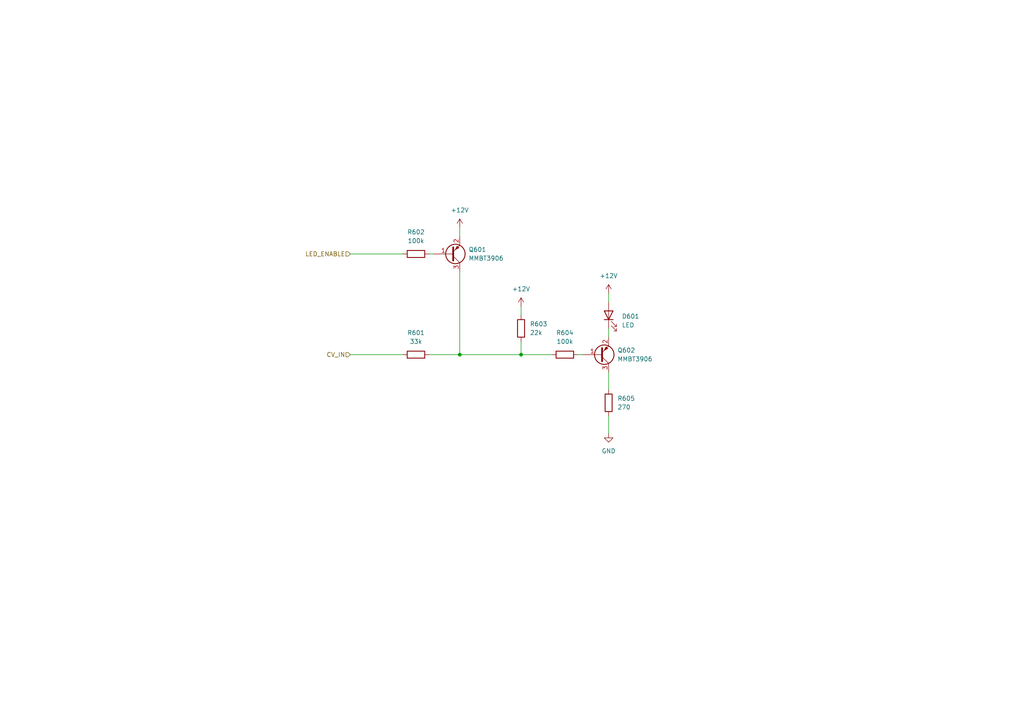
<source format=kicad_sch>
(kicad_sch (version 20211123) (generator eeschema)
  (paper "A4")
  (title_block (title "Phasor II Clone") (date "2022-10-15") (rev "0") (comment 2 "creativecommons.org/licenses/by/4.0/") (comment 3 "License: CC by 4.0: ") (comment 4 "Author: Jordan Aceto"))
  (lib_symbols
    (symbol "Device:LED" (pin_numbers hide) (pin_names (offset 1.016) hide)
      (property "Reference" "D" (at 0 2.54 0))
      (property "Value" "LED" (at 0 -2.54 0))
      (symbol "LED_0_1"
        (polyline (pts (xy -1.27 -1.27) (xy -1.27 1.27)) (stroke (width 0.254)))
        (polyline (pts (xy -1.27 0) (xy 1.27 0)))
        (polyline (pts (xy 1.27 -1.27) (xy 1.27 1.27) (xy -1.27 0) (xy 1.27 -1.27)) (stroke (width 0.254)))
        (polyline (pts (xy -3.048 -0.762) (xy -4.572 -2.286) (xy -3.81 -2.286) (xy -4.572 -2.286) (xy -4.572 -1.524)))
        (polyline (pts (xy -1.778 -0.762) (xy -3.302 -2.286) (xy -2.54 -2.286) (xy -3.302 -2.286) (xy -3.302 -1.524)))
      )
      (symbol "LED_1_1"
        (pin passive line (at -3.81 0 0) (length 2.54) (name "K") (number "1"))
        (pin passive line (at 3.81 0 180) (length 2.54) (name "A") (number "2"))
      )
    )
    (symbol "Device:R" (pin_numbers hide) (pin_names (offset 0))
      (property "Reference" "R" (at 2.032 0 90))
      (property "Value" "R" (at 0 0 90))
      (symbol "R_0_1"
        (rectangle (start -1.016 -2.54) (end 1.016 2.54) (stroke (width 0.254)))
      )
      (symbol "R_1_1"
        (pin passive line (at 0 3.81 270) (length 1.27) (name "~") (number "1"))
        (pin passive line (at 0 -3.81 90) (length 1.27) (name "~") (number "2"))
      )
    )
    (symbol "Transistor_BJT:MMBT3906" (pin_names (offset 0) hide)
      (property "Reference" "Q" (at 5.08 1.905 0))
      (property "Value" "MMBT3906" (at 5.08 0 0))
      (symbol "MMBT3906_0_1"
        (polyline (pts (xy 0.635 0.635) (xy 2.54 2.54)))
        (polyline (pts (xy 0.635 -0.635) (xy 2.54 -2.54) (xy 2.54 -2.54)))
        (polyline (pts (xy 0.635 1.905) (xy 0.635 -1.905) (xy 0.635 -1.905)) (stroke (width 0.508)))
        (polyline (pts (xy 2.286 -1.778) (xy 1.778 -2.286) (xy 1.27 -1.27) (xy 2.286 -1.778) (xy 2.286 -1.778)) (fill (type outline)))
        (circle (center 1.27 0) (radius 2.8194) (stroke (width 0.254)))
      )
      (symbol "MMBT3906_1_1"
        (pin input line (at -5.08 0 0) (length 5.715) (name "B") (number "1"))
        (pin passive line (at 2.54 -5.08 90) (length 2.54) (name "E") (number "2"))
        (pin passive line (at 2.54 5.08 270) (length 2.54) (name "C") (number "3"))
      )
    )
    (symbol "power:+12V" (power) (pin_names (offset 0))
      (property "Value" "+12V" (at 0 3.556 0))
      (symbol "+12V_0_1"
        (polyline (pts (xy -0.762 1.27) (xy 0 2.54)))
        (polyline (pts (xy 0 0) (xy 0 2.54)))
        (polyline (pts (xy 0 2.54) (xy 0.762 1.27)))
      )
      (symbol "+12V_1_1"
        (pin power_in line (at 0 0 90) (length 0) hide (name "+12V") (number "1"))
      )
    )
    (symbol "power:GND" (power) (pin_names (offset 0))
      (property "Value" "GND" (at 0 -3.81 0))
      (symbol "GND_0_1"
        (polyline (pts (xy 0 0) (xy 0 -1.27) (xy 1.27 -1.27) (xy 0 -2.54) (xy -1.27 -1.27) (xy 0 -1.27)))
      )
      (symbol "GND_1_1"
        (pin power_in line (at 0 0 270) (length 0) hide (name "GND") (number "1"))
      )
    )
  )
  (junction (at 133.35 102.87))
  (junction (at 151.13 102.87))
  (wire (pts (xy 101.6 73.66) (xy 116.84 73.66)))
  (wire (pts (xy 124.46 73.66) (xy 125.73 73.66)))
  (wire (pts (xy 101.6 102.87) (xy 116.84 102.87)))
  (wire (pts (xy 133.35 66.04) (xy 133.35 68.58)))
  (wire (pts (xy 151.13 99.06) (xy 151.13 102.87)))
  (wire (pts (xy 133.35 78.74) (xy 133.35 102.87)))
  (wire (pts (xy 176.53 120.65) (xy 176.53 125.73)))
  (wire (pts (xy 124.46 102.87) (xy 133.35 102.87)))
  (wire (pts (xy 176.53 107.95) (xy 176.53 113.03)))
  (wire (pts (xy 176.53 85.09) (xy 176.53 87.63)))
  (wire (pts (xy 167.64 102.87) (xy 168.91 102.87)))
  (wire (pts (xy 151.13 88.9) (xy 151.13 91.44)))
  (wire (pts (xy 176.53 95.25) (xy 176.53 97.79)))
  (wire (pts (xy 151.13 102.87) (xy 160.02 102.87)))
  (wire (pts (xy 133.35 102.87) (xy 151.13 102.87)))
  (hierarchical_label "LED_ENABLE" (shape input) (at 101.6 73.66 180))
  (hierarchical_label "CV_IN" (shape input) (at 101.6 102.87 180))
  (symbol (lib_id "power:+12V") (at 151.13 88.9 0) (unit 1)
    (property "Reference" "#PWR0601" (effects hide))
    (property "Value" "+12V" (at 151.13 83.82 0))
  )
  (symbol (lib_id "Transistor_BJT:MMBT3906") (at 130.81 73.66 0) (mirror x) (unit 1)
    (property "Reference" "Q601" (at 135.89 72.3899 0) (effects (justify left)))
    (property "Value" "MMBT3906" (at 135.89 74.9299 0) (effects (justify left)))
    (property "Footprint" "Package_TO_SOT_SMD:SOT-23" (effects hide))
    (property "Datasheet" "https://www.onsemi.com/pub/Collateral/2N3906-D.PDF" (effects hide))
  )
  (symbol (lib_id "Device:LED") (at 176.53 91.44 90) (unit 1)
    (property "Reference" "D601" (at 180.34 91.7574 90) (effects (justify right)))
    (property "Value" "LED" (at 180.34 94.2974 90) (effects (justify right)))
    (property "Footprint" "LED_THT:LED_D5.0mm" (effects hide))
  )
  (symbol (lib_id "power:GND") (at 176.53 125.73 0) (unit 1)
    (property "Reference" "#PWR0604" (effects hide))
    (property "Value" "GND" (at 176.53 130.81 0))
  )
  (symbol (lib_id "Device:R") (at 120.65 102.87 90) (unit 1)
    (property "Reference" "R601" (at 120.65 96.52 90))
    (property "Value" "33k" (at 120.65 99.06 90))
    (property "Footprint" "Resistor_SMD:R_0603_1608Metric" (effects hide))
  )
  (symbol (lib_id "Device:R") (at 176.53 116.84 180) (unit 1)
    (property "Reference" "R605" (at 179.07 115.5699 0) (effects (justify right)))
    (property "Value" "270" (at 179.07 118.1099 0) (effects (justify right)))
    (property "Footprint" "Resistor_SMD:R_0603_1608Metric" (effects hide))
  )
  (symbol (lib_id "power:+12V") (at 133.35 66.04 0) (unit 1)
    (property "Reference" "#PWR0108" (effects hide))
    (property "Value" "+12V" (at 133.35 60.96 0))
  )
  (symbol (lib_id "Device:R") (at 120.65 73.66 90) (unit 1)
    (property "Reference" "R602" (at 120.65 67.31 90))
    (property "Value" "100k" (at 120.65 69.85 90))
    (property "Footprint" "Resistor_SMD:R_0603_1608Metric" (effects hide))
  )
  (symbol (lib_id "Device:R") (at 163.83 102.87 90) (unit 1)
    (property "Reference" "R604" (at 163.83 96.52 90))
    (property "Value" "100k" (at 163.83 99.06 90))
    (property "Footprint" "Resistor_SMD:R_0603_1608Metric" (effects hide))
  )
  (symbol (lib_id "Transistor_BJT:MMBT3906") (at 173.99 102.87 0) (mirror x) (unit 1)
    (property "Reference" "Q602" (at 179.07 101.5999 0) (effects (justify left)))
    (property "Value" "MMBT3906" (at 179.07 104.1399 0) (effects (justify left)))
    (property "Footprint" "Package_TO_SOT_SMD:SOT-23" (effects hide))
    (property "Datasheet" "https://www.onsemi.com/pub/Collateral/2N3906-D.PDF" (effects hide))
  )
  (symbol (lib_id "power:+12V") (at 176.53 85.09 0) (unit 1)
    (property "Reference" "#PWR0603" (effects hide))
    (property "Value" "+12V" (at 176.53 80.01 0))
  )
  (symbol (lib_id "Device:R") (at 151.13 95.25 180) (unit 1)
    (property "Reference" "R603" (at 153.67 93.9799 0) (effects (justify right)))
    (property "Value" "22k" (at 153.67 96.5199 0) (effects (justify right)))
    (property "Footprint" "Resistor_SMD:R_0603_1608Metric" (effects hide))
  )
)
</source>
